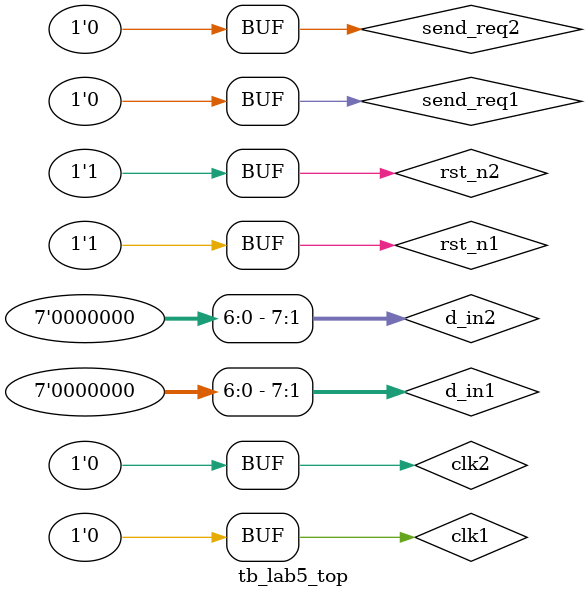
<source format=v>
module tb_lab5_top();
    reg clk1, rst_n1, clk2, rst_n2;
    reg send_req1, send_req2;
    wire send_ack1, send_ack2;
    wire recv_req1, recv_req2;
    reg [7:0] d_in1, d_in2;
    wire [7:0] d_out1, d_out2;

    lab5_top duv (
        .clk1(clk1), .rst_n1(rst_n1),
        .clk2(clk2), .rst_n2(rst_n2),
        .send_req1(send_req1), .send_req2(send_req2),
        .send_ack1(send_ack1), .send_ack2(send_ack2),
        .recv_req1(recv_req1), .recv_req2(recv_req2),
        .d_in1(d_in1), .d_in2(d_in2),
        .d_out1(d_out1), .d_out2(d_out2)
    );

    initial begin
        clk1 = 0;
        repeat(400) #10 clk1 = ~clk1;
    end
    initial begin
        rst_n1 = 1;
        #10 rst_n1 = 0;
	    #20 rst_n1 = 1;
    end

    initial begin
        #50 d_in1 = 8'b10011010;
        send_req1 = 1;
        #20 send_req1 = 0;
        #1000;
        #40 d_in1 = $random;
        #40 send_req1 = 1;
        #20 send_req1 = 0;
        #1000;
    end

// UART 2
    initial begin
        clk2 = 0;
        repeat(400) #10 clk2 = ~clk2;
    end
    initial begin
        rst_n2 = 1;
        #10 rst_n2 = 0;
	    #20 rst_n2 = 1;
    end
    initial begin
        #90 d_in2 = 8'b00110100;
        #20 send_req2 = 1;
        #20 send_req2 = 0;
        #200 d_in2 = $random;
        #800;
        #40 d_in2 = $random;
        #40 send_req2 = 1;
        #20 send_req2 = 0;
        #1000;
    end
endmodule
</source>
